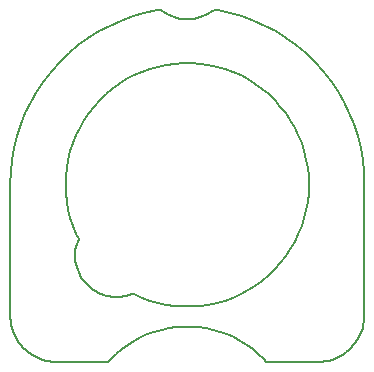
<source format=gm1>
G04 #@! TF.GenerationSoftware,KiCad,Pcbnew,5.1.2-f72e74a~84~ubuntu18.04.1*
G04 #@! TF.CreationDate,2019-07-25T17:33:10+02:00*
G04 #@! TF.ProjectId,lightboard,6c696768-7462-46f6-9172-642e6b696361,rev?*
G04 #@! TF.SameCoordinates,Original*
G04 #@! TF.FileFunction,Profile,NP*
%FSLAX46Y46*%
G04 Gerber Fmt 4.6, Leading zero omitted, Abs format (unit mm)*
G04 Created by KiCad (PCBNEW 5.1.2-f72e74a~84~ubuntu18.04.1) date 2019-07-25 17:33:10*
%MOMM*%
%LPD*%
G04 APERTURE LIST*
%ADD10C,0.200000*%
G04 APERTURE END LIST*
D10*
X143992121Y-109919700D02*
X143755321Y-109771700D01*
X162533061Y-109363500D02*
X162024851Y-108994300D01*
X163567681Y-81973700D02*
X164492121Y-82465200D01*
X157306208Y-107461100D02*
X156678034Y-107461100D01*
X163884161Y-87801210D02*
X163333431Y-87339100D01*
X164401311Y-88300630D02*
X163884161Y-87801210D01*
X164882361Y-88834890D02*
X164401311Y-88300630D01*
X165324991Y-89401420D02*
X164882361Y-88834890D01*
X165727011Y-89997440D02*
X165324991Y-89401420D01*
X145852521Y-110453200D02*
X145574021Y-110433700D01*
X147627711Y-100490860D02*
X147568611Y-100727910D01*
X147703211Y-100258520D02*
X147627711Y-100490860D01*
X147784141Y-100058180D02*
X147703211Y-100258520D01*
X147582601Y-99644980D02*
X147784141Y-100058180D01*
X147313291Y-98978400D02*
X147582601Y-99644980D01*
X166227031Y-83635400D02*
X167029121Y-84308400D01*
X159596841Y-80683500D02*
X160620931Y-80901200D01*
X143747921Y-88413530D02*
X144271421Y-87506820D01*
X143288921Y-89354560D02*
X143747921Y-88413530D01*
X142896721Y-90325310D02*
X143288921Y-89354560D01*
X142573221Y-91321050D02*
X142896721Y-90325310D01*
X161492121Y-108661400D02*
X160937451Y-108366400D01*
X156051371Y-107504900D02*
X155429301Y-107592300D01*
X165727011Y-100913760D02*
X166086471Y-100291160D01*
X165324991Y-101509780D02*
X165727011Y-100913760D01*
X164882361Y-102076310D02*
X165324991Y-101509780D01*
X164401311Y-102610570D02*
X164882361Y-102076310D01*
X163884161Y-103109990D02*
X164401311Y-102610570D01*
X155034951Y-80857200D02*
X155242141Y-80986700D01*
X154837321Y-80713600D02*
X155034951Y-80857200D01*
X154742001Y-80633700D02*
X154837321Y-80713600D01*
X154387401Y-80683500D02*
X154742001Y-80633700D01*
X144756021Y-110259800D02*
X144493721Y-110164300D01*
X145024421Y-110336800D02*
X144756021Y-110259800D01*
X145297521Y-110394800D02*
X145024421Y-110336800D01*
X141992121Y-106455600D02*
X141992121Y-95455600D01*
X142001921Y-106734600D02*
X141992121Y-106455600D01*
X142031021Y-107012300D02*
X142001921Y-106734600D01*
X170228921Y-109771700D02*
X169992121Y-109919700D01*
X153809261Y-85659730D02*
X153133681Y-85905610D01*
X154500331Y-85461570D02*
X153809261Y-85659730D01*
X155203551Y-85312100D02*
X154500331Y-85461570D01*
X155915491Y-85212000D02*
X155203551Y-85312100D01*
X159773261Y-107896100D02*
X159169411Y-107722900D01*
X170236321Y-88413530D02*
X170695321Y-89354560D01*
X154210981Y-107896100D02*
X153620681Y-108110900D01*
X169490521Y-110164300D02*
X169228221Y-110259800D01*
X156678034Y-107461100D02*
X156051371Y-107504900D01*
X142756021Y-108806700D02*
X142599921Y-108575300D01*
X142927921Y-109026700D02*
X142756021Y-108806700D01*
X143114821Y-109234200D02*
X142927921Y-109026700D01*
X150293421Y-110453200D02*
X145852521Y-110453200D01*
X167782221Y-85035700D02*
X168482821Y-85813800D01*
X149457831Y-104601370D02*
X149681011Y-104700730D01*
X149242141Y-104486680D02*
X149457831Y-104601370D01*
X149034951Y-104357230D02*
X149242141Y-104486680D01*
X148837321Y-104213630D02*
X149034951Y-104357230D01*
X148650171Y-104056600D02*
X148837321Y-104213630D01*
X171056321Y-109026700D02*
X170869421Y-109234200D01*
X171228221Y-108806700D02*
X171056321Y-109026700D01*
X171992121Y-95455600D02*
X171992121Y-106455600D01*
X160620931Y-80901200D02*
X161627371Y-81189800D01*
X156632670Y-85161900D02*
X155915491Y-85212000D01*
X159242241Y-80633700D02*
X159596841Y-80683500D01*
X159146921Y-80713600D02*
X159242241Y-80633700D01*
X158949291Y-80857200D02*
X159146921Y-80713600D01*
X148474441Y-103886890D02*
X148650171Y-104056600D01*
X148310971Y-103705360D02*
X148474441Y-103886890D01*
X148160561Y-103512840D02*
X148310971Y-103705360D01*
X148023971Y-103310310D02*
X148160561Y-103512840D01*
X147901821Y-103098740D02*
X148023971Y-103310310D01*
X167191921Y-94022130D02*
X167067021Y-93314120D01*
X167267021Y-94737109D02*
X167191921Y-94022130D01*
X167292121Y-95455600D02*
X167267021Y-94737109D01*
X167267021Y-96174091D02*
X167292121Y-95455600D01*
X167191921Y-96889070D02*
X167267021Y-96174091D01*
X142079521Y-107287200D02*
X142031021Y-107012300D01*
X142147121Y-107558100D02*
X142079521Y-107287200D01*
X142233321Y-107823700D02*
X142147121Y-107558100D01*
X153046791Y-108366400D02*
X152492121Y-108661400D01*
X150518081Y-110203700D02*
X150293421Y-110453200D01*
X151838861Y-104851630D02*
X152073691Y-104784290D01*
X151599891Y-104902420D02*
X151838861Y-104851630D01*
X151357981Y-104936420D02*
X151599891Y-104902420D01*
X151114281Y-104953460D02*
X151357981Y-104936420D01*
X150869971Y-104953460D02*
X151114281Y-104953460D01*
X171955621Y-94409260D02*
X171992121Y-95455600D01*
X171904721Y-107287200D02*
X171837121Y-107558100D01*
X171384321Y-108575300D02*
X171228221Y-108806700D01*
X171523921Y-108333500D02*
X171384321Y-108575300D01*
X144238621Y-110050800D02*
X143992121Y-109919700D01*
X151232451Y-86916520D02*
X150650811Y-87339100D01*
X151842131Y-86535540D02*
X151232451Y-86916520D01*
X152476911Y-86198030D02*
X151842131Y-86535540D01*
X153133681Y-85905610D02*
X152476911Y-86198030D01*
X157838846Y-81351600D02*
X158073681Y-81284300D01*
X157599879Y-81402400D02*
X157838846Y-81351600D01*
X157357966Y-81436400D02*
X157599879Y-81402400D01*
X157114268Y-81453500D02*
X157357966Y-81436400D01*
X167067021Y-97597080D02*
X167191921Y-96889070D01*
X166893111Y-98294650D02*
X167067021Y-97597080D01*
X166670951Y-98978400D02*
X166893111Y-98294650D01*
X166401641Y-99644980D02*
X166670951Y-98978400D01*
X166086471Y-100291160D02*
X166401641Y-99644980D01*
X171646321Y-108082500D02*
X171523921Y-108333500D01*
X171664321Y-92336930D02*
X171846121Y-93368010D01*
X171750921Y-107823700D02*
X171646321Y-108082500D01*
X150626281Y-104936420D02*
X150869971Y-104953460D01*
X150384361Y-104902420D02*
X150626281Y-104936420D01*
X150145391Y-104851630D02*
X150384361Y-104902420D01*
X149910561Y-104784290D02*
X150145391Y-104851630D01*
X149681011Y-104700730D02*
X149910561Y-104784290D01*
X170668621Y-109428200D02*
X170454721Y-109607600D01*
X147091131Y-98294650D02*
X147313291Y-98978400D01*
X146917221Y-97597080D02*
X147091131Y-98294650D01*
X146792321Y-96889070D02*
X146917221Y-97597080D01*
X146717221Y-96174091D02*
X146792321Y-96889070D01*
X146692121Y-95455600D02*
X146717221Y-96174091D01*
X147500651Y-101699740D02*
X147526191Y-101942690D01*
X147492121Y-101455600D02*
X147500651Y-101699740D01*
X147500651Y-101211440D02*
X147492121Y-101455600D01*
X147526191Y-100968490D02*
X147500651Y-101211440D01*
X147568611Y-100727910D02*
X147526191Y-100968490D01*
X161627371Y-81189800D02*
X162611211Y-81547900D01*
X156632670Y-105749300D02*
X157351572Y-105749300D01*
X155915491Y-105699200D02*
X156632670Y-105749300D01*
X155203551Y-105599100D02*
X155915491Y-105699200D01*
X154500331Y-105449630D02*
X155203551Y-105599100D01*
X153809261Y-105251470D02*
X154500331Y-105449630D01*
X147794721Y-102879170D02*
X147901821Y-103098740D01*
X147703211Y-102652670D02*
X147794721Y-102879170D01*
X147627711Y-102420320D02*
X147703211Y-102652670D01*
X147568611Y-102183280D02*
X147627711Y-102420320D01*
X147526191Y-101942690D02*
X147568611Y-102183280D01*
X163690821Y-110453200D02*
X163466161Y-110203700D01*
X169745621Y-110050800D02*
X169490521Y-110164300D01*
X142337921Y-108082500D02*
X142233321Y-107823700D01*
X142460321Y-108333500D02*
X142337921Y-108082500D01*
X142599921Y-108575300D02*
X142460321Y-108333500D01*
X157351572Y-85161900D02*
X156632670Y-85161900D01*
X158068751Y-85212000D02*
X157351572Y-85161900D01*
X158780691Y-85312100D02*
X158068751Y-85212000D01*
X159483911Y-85461570D02*
X158780691Y-85312100D01*
X160174981Y-85659730D02*
X159483911Y-85461570D01*
X158554941Y-107592300D02*
X157932871Y-107504900D01*
X160174981Y-105251470D02*
X160850561Y-105005590D01*
X159483911Y-105449630D02*
X160174981Y-105251470D01*
X158780691Y-105599100D02*
X159483911Y-105449630D01*
X158068751Y-105699200D02*
X158780691Y-105599100D01*
X157351572Y-105749300D02*
X158068751Y-105699200D01*
X167029121Y-84308400D02*
X167782221Y-85035700D01*
X151959391Y-108994300D02*
X151451181Y-109363500D01*
X168686721Y-110394800D02*
X168410221Y-110433700D01*
X168959821Y-110336800D02*
X168686721Y-110394800D01*
X160937451Y-108366400D02*
X160363561Y-108110900D01*
X150969951Y-109767300D02*
X150518081Y-110203700D01*
X166086471Y-90620040D02*
X165727011Y-89997440D01*
X166401641Y-91266220D02*
X166086471Y-90620040D01*
X166670951Y-91932800D02*
X166401641Y-91266220D01*
X166893111Y-92616550D02*
X166670951Y-91932800D01*
X167067021Y-93314120D02*
X166893111Y-92616550D01*
X149101881Y-88834890D02*
X148659251Y-89401420D01*
X149582931Y-88300630D02*
X149101881Y-88834890D01*
X150100081Y-87801210D02*
X149582931Y-88300630D01*
X150650811Y-87339100D02*
X150100081Y-87801210D01*
X146202021Y-85035700D02*
X146955121Y-84308400D01*
X145501421Y-85813800D02*
X146202021Y-85035700D01*
X144856821Y-86638830D02*
X145501421Y-85813800D01*
X144271421Y-87506820D02*
X144856821Y-86638830D01*
X154814831Y-107722900D02*
X154210981Y-107896100D01*
X153363311Y-80901200D02*
X154387401Y-80683500D01*
X152356871Y-81189800D02*
X153363311Y-80901200D01*
X151373031Y-81547900D02*
X152356871Y-81189800D01*
X150416561Y-81973700D02*
X151373031Y-81547900D01*
X142319921Y-92336930D02*
X142573221Y-91321050D01*
X142138121Y-93368010D02*
X142319921Y-92336930D01*
X142028621Y-94409260D02*
X142138121Y-93368010D01*
X141992121Y-95455600D02*
X142028621Y-94409260D01*
X163466161Y-110203700D02*
X163014291Y-109767300D01*
X158742121Y-80986700D02*
X158949291Y-80857200D01*
X158526411Y-81101400D02*
X158742121Y-80986700D01*
X158303231Y-81200700D02*
X158526411Y-81101400D01*
X158073681Y-81284300D02*
X158303231Y-81200700D01*
X160850561Y-85905610D02*
X160174981Y-85659730D01*
X161507331Y-86198030D02*
X160850561Y-85905610D01*
X162142111Y-86535540D02*
X161507331Y-86198030D01*
X162751791Y-86916520D02*
X162142111Y-86535540D01*
X163333431Y-87339100D02*
X162751791Y-86916520D01*
X169992121Y-109919700D02*
X169745621Y-110050800D01*
X153133681Y-105005590D02*
X153809261Y-105251470D01*
X152476911Y-104713170D02*
X153133681Y-105005590D01*
X152385031Y-104664320D02*
X152476911Y-104713170D01*
X152303251Y-104700730D02*
X152385031Y-104664320D01*
X152073691Y-104784290D02*
X152303251Y-104700730D01*
X157932871Y-107504900D02*
X157306208Y-107461100D01*
X160363561Y-108110900D02*
X159773261Y-107896100D01*
X162611211Y-81547900D02*
X163567681Y-81973700D01*
X168131721Y-110453200D02*
X163690821Y-110453200D01*
X155429301Y-107592300D02*
X154814831Y-107722900D01*
X170454721Y-109607600D02*
X170228921Y-109771700D01*
X171087521Y-90325310D02*
X171411021Y-91321050D01*
X171992121Y-106455600D02*
X171982321Y-106734600D01*
X163333431Y-103572100D02*
X163884161Y-103109990D01*
X162751791Y-103994680D02*
X163333431Y-103572100D01*
X162142111Y-104375660D02*
X162751791Y-103994680D01*
X161507331Y-104713170D02*
X162142111Y-104375660D01*
X160850561Y-105005590D02*
X161507331Y-104713170D01*
X155910561Y-81284300D02*
X156145396Y-81351600D01*
X155681011Y-81200700D02*
X155910561Y-81284300D01*
X155457831Y-81101400D02*
X155681011Y-81200700D01*
X155242141Y-80986700D02*
X155457831Y-81101400D01*
X169228221Y-110259800D02*
X168959821Y-110336800D01*
X143315621Y-109428200D02*
X143114821Y-109234200D01*
X143529521Y-109607600D02*
X143315621Y-109428200D01*
X143755321Y-109771700D02*
X143529521Y-109607600D01*
X149492121Y-82465200D02*
X150416561Y-81973700D01*
X148604242Y-83020000D02*
X149492121Y-82465200D01*
X147757211Y-83635400D02*
X148604242Y-83020000D01*
X146955121Y-84308400D02*
X147757211Y-83635400D01*
X171982321Y-106734600D02*
X171953221Y-107012300D01*
X169127421Y-86638830D02*
X169712821Y-87506820D01*
X151451181Y-109363500D02*
X150969951Y-109767300D01*
X170695321Y-89354560D02*
X171087521Y-90325310D01*
X153620681Y-108110900D02*
X153046791Y-108366400D01*
X159169411Y-107722900D02*
X158554941Y-107592300D01*
X152492121Y-108661400D02*
X151959391Y-108994300D01*
X171411021Y-91321050D02*
X171664321Y-92336930D01*
X144493721Y-110164300D02*
X144238621Y-110050800D01*
X171837121Y-107558100D02*
X171750921Y-107823700D01*
X170869421Y-109234200D02*
X170668621Y-109428200D01*
X156869974Y-81453500D02*
X157114268Y-81453500D01*
X156626276Y-81436400D02*
X156869974Y-81453500D01*
X156384363Y-81402400D02*
X156626276Y-81436400D01*
X156145396Y-81351600D02*
X156384363Y-81402400D01*
X147582601Y-91266220D02*
X147313291Y-91932800D01*
X147897771Y-90620040D02*
X147582601Y-91266220D01*
X148257231Y-89997440D02*
X147897771Y-90620040D01*
X148659251Y-89401420D02*
X148257231Y-89997440D01*
X162024851Y-108994300D02*
X161492121Y-108661400D01*
X163014291Y-109767300D02*
X162533061Y-109363500D01*
X168482821Y-85813800D02*
X169127421Y-86638830D01*
X171953221Y-107012300D02*
X171904721Y-107287200D01*
X171846121Y-93368010D02*
X171955621Y-94409260D01*
X168410221Y-110433700D02*
X168131721Y-110453200D01*
X146717221Y-94737109D02*
X146692121Y-95455600D01*
X146792321Y-94022130D02*
X146717221Y-94737109D01*
X146917221Y-93314120D02*
X146792321Y-94022130D01*
X147091131Y-92616550D02*
X146917221Y-93314120D01*
X147313291Y-91932800D02*
X147091131Y-92616550D01*
X164492121Y-82465200D02*
X165380000Y-83020000D01*
X145574021Y-110433700D02*
X145297521Y-110394800D01*
X169712821Y-87506820D02*
X170236321Y-88413530D01*
X165380000Y-83020000D02*
X166227031Y-83635400D01*
M02*

</source>
